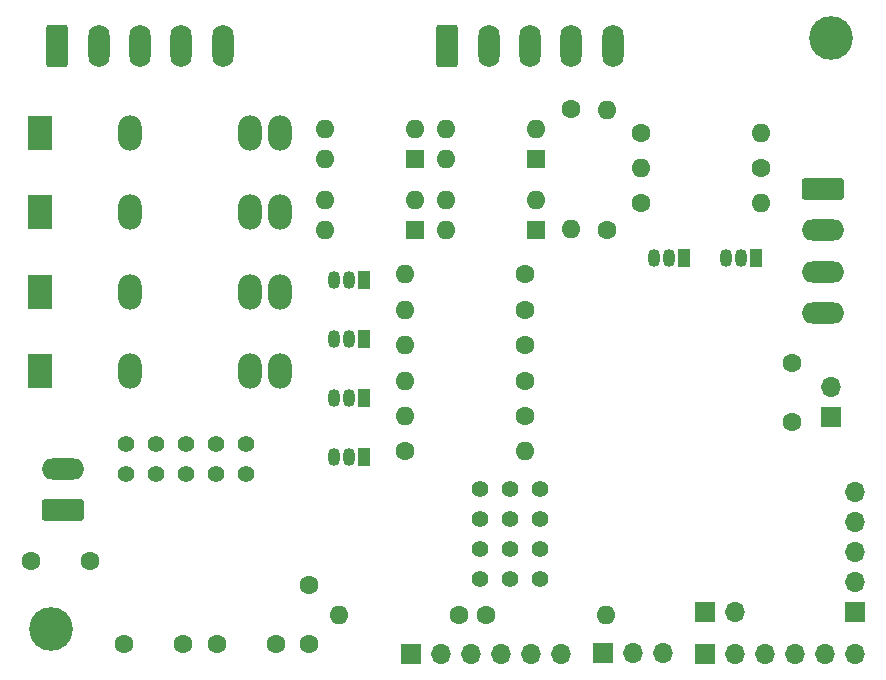
<source format=gbr>
%TF.GenerationSoftware,KiCad,Pcbnew,(6.0.7)*%
%TF.CreationDate,2023-02-02T17:51:50-05:00*%
%TF.ProjectId,ESPoules,4553506f-756c-4657-932e-6b696361645f,rev?*%
%TF.SameCoordinates,Original*%
%TF.FileFunction,Soldermask,Bot*%
%TF.FilePolarity,Negative*%
%FSLAX46Y46*%
G04 Gerber Fmt 4.6, Leading zero omitted, Abs format (unit mm)*
G04 Created by KiCad (PCBNEW (6.0.7)) date 2023-02-02 17:51:50*
%MOMM*%
%LPD*%
G01*
G04 APERTURE LIST*
G04 Aperture macros list*
%AMRoundRect*
0 Rectangle with rounded corners*
0 $1 Rounding radius*
0 $2 $3 $4 $5 $6 $7 $8 $9 X,Y pos of 4 corners*
0 Add a 4 corners polygon primitive as box body*
4,1,4,$2,$3,$4,$5,$6,$7,$8,$9,$2,$3,0*
0 Add four circle primitives for the rounded corners*
1,1,$1+$1,$2,$3*
1,1,$1+$1,$4,$5*
1,1,$1+$1,$6,$7*
1,1,$1+$1,$8,$9*
0 Add four rect primitives between the rounded corners*
20,1,$1+$1,$2,$3,$4,$5,0*
20,1,$1+$1,$4,$5,$6,$7,0*
20,1,$1+$1,$6,$7,$8,$9,0*
20,1,$1+$1,$8,$9,$2,$3,0*%
G04 Aperture macros list end*
%ADD10R,1.600000X1.600000*%
%ADD11O,1.600000X1.600000*%
%ADD12C,1.400000*%
%ADD13C,3.700000*%
%ADD14C,1.600000*%
%ADD15R,1.700000X1.700000*%
%ADD16O,1.700000X1.700000*%
%ADD17R,2.000000X3.000000*%
%ADD18O,2.000000X3.000000*%
%ADD19R,1.050000X1.500000*%
%ADD20O,1.050000X1.500000*%
%ADD21RoundRect,0.250000X-0.650000X-1.550000X0.650000X-1.550000X0.650000X1.550000X-0.650000X1.550000X0*%
%ADD22O,1.800000X3.600000*%
%ADD23RoundRect,0.250000X1.550000X-0.650000X1.550000X0.650000X-1.550000X0.650000X-1.550000X-0.650000X0*%
%ADD24O,3.600000X1.800000*%
%ADD25RoundRect,0.250000X-1.550000X0.650000X-1.550000X-0.650000X1.550000X-0.650000X1.550000X0.650000X0*%
G04 APERTURE END LIST*
D10*
%TO.C,U9*%
X171800000Y-115275000D03*
D11*
X171800000Y-112735000D03*
X164180000Y-112735000D03*
X164180000Y-115275000D03*
%TD*%
D12*
%TO.C,REF\u002A\u002A*%
X149860000Y-135890000D03*
%TD*%
%TO.C,REF\u002A\u002A*%
X149860000Y-133350000D03*
%TD*%
D13*
%TO.C,REF\u002A\u002A*%
X207000000Y-99000000D03*
%TD*%
D12*
%TO.C,REF\u002A\u002A*%
X179839765Y-139700000D03*
%TD*%
%TO.C,REF\u002A\u002A*%
X157480000Y-135890000D03*
%TD*%
%TO.C,REF\u002A\u002A*%
X182366740Y-139700000D03*
%TD*%
%TO.C,REF\u002A\u002A*%
X179839765Y-137160000D03*
%TD*%
%TO.C,+*%
X177323246Y-139700000D03*
%TD*%
%TO.C,REF\u002A\u002A*%
X152400000Y-135890000D03*
%TD*%
%TO.C,REF\u002A\u002A*%
X157480000Y-133350000D03*
%TD*%
%TO.C,REF\u002A\u002A*%
X177323246Y-137160000D03*
%TD*%
%TO.C,REF\u002A\u002A*%
X179863246Y-144780000D03*
%TD*%
%TO.C,REF\u002A\u002A*%
X152400000Y-133350000D03*
%TD*%
D13*
%TO.C,REF\u002A\u002A*%
X141000000Y-149000000D03*
%TD*%
D12*
%TO.C,-*%
X177323246Y-142240000D03*
%TD*%
%TO.C,REF\u002A\u002A*%
X147320000Y-135890000D03*
%TD*%
%TO.C,REF\u002A\u002A*%
X179839765Y-142240000D03*
%TD*%
%TO.C,REF\u002A\u002A*%
X182390221Y-144780000D03*
%TD*%
%TO.C,REF\u002A\u002A*%
X147320000Y-133350000D03*
%TD*%
%TO.C,REF\u002A\u002A*%
X154940000Y-133350000D03*
%TD*%
%TO.C,REF\u002A\u002A*%
X182366740Y-142240000D03*
%TD*%
%TO.C,REF\u002A\u002A*%
X154940000Y-135890000D03*
%TD*%
%TO.C,OUT*%
X177323246Y-144780000D03*
%TD*%
%TO.C,REF\u002A\u002A*%
X182366740Y-137160000D03*
%TD*%
D14*
%TO.C,R24*%
X177800000Y-147828000D03*
D11*
X187960000Y-147828000D03*
%TD*%
D15*
%TO.C,J9*%
X171450000Y-151130000D03*
D16*
X173990000Y-151130000D03*
X176530000Y-151130000D03*
X179070000Y-151130000D03*
X181610000Y-151130000D03*
X184150000Y-151130000D03*
%TD*%
D17*
%TO.C,U5*%
X140000000Y-113731000D03*
D18*
X147620000Y-113731000D03*
X157780000Y-113731000D03*
X160320000Y-113731000D03*
%TD*%
D15*
%TO.C,J5*%
X209042000Y-147569000D03*
D16*
X209042000Y-145029000D03*
X209042000Y-142489000D03*
X209042000Y-139949000D03*
X209042000Y-137409000D03*
%TD*%
D14*
%TO.C,R10*%
X181080000Y-128000000D03*
D11*
X170920000Y-128000000D03*
%TD*%
D14*
%TO.C,C5*%
X203708000Y-126492000D03*
X203708000Y-131492000D03*
%TD*%
%TO.C,R2*%
X170920000Y-134000000D03*
D11*
X181080000Y-134000000D03*
%TD*%
D14*
%TO.C,C4*%
X162814000Y-145328000D03*
X162814000Y-150328000D03*
%TD*%
D10*
%TO.C,U11*%
X182050000Y-115275000D03*
D11*
X182050000Y-112735000D03*
X174430000Y-112735000D03*
X174430000Y-115275000D03*
%TD*%
D15*
%TO.C,J4*%
X196342000Y-151130000D03*
D16*
X198882000Y-151130000D03*
X201422000Y-151130000D03*
X203962000Y-151130000D03*
X206502000Y-151130000D03*
X209042000Y-151130000D03*
%TD*%
D11*
%TO.C,R7*%
X170920000Y-119000000D03*
D14*
X181080000Y-119000000D03*
%TD*%
%TO.C,R8*%
X181080000Y-122000000D03*
D11*
X170920000Y-122000000D03*
%TD*%
D14*
%TO.C,R3*%
X181080000Y-131000000D03*
D11*
X170920000Y-131000000D03*
%TD*%
D19*
%TO.C,Q5*%
X194564000Y-117602000D03*
D20*
X193294000Y-117602000D03*
X192024000Y-117602000D03*
%TD*%
D14*
%TO.C,C3*%
X139232000Y-143256000D03*
X144232000Y-143256000D03*
%TD*%
D15*
%TO.C,J8*%
X187721000Y-151105000D03*
D16*
X190261000Y-151105000D03*
X192801000Y-151105000D03*
%TD*%
D21*
%TO.C,J2*%
X141500000Y-99642500D03*
D22*
X145000000Y-99642500D03*
X148500000Y-99642500D03*
X152000000Y-99642500D03*
X155500000Y-99642500D03*
%TD*%
D23*
%TO.C,J3*%
X142000000Y-139000000D03*
D24*
X142000000Y-135500000D03*
%TD*%
D14*
%TO.C,R1*%
X175514000Y-147828000D03*
D11*
X165354000Y-147828000D03*
%TD*%
D10*
%TO.C,U12*%
X182050000Y-109275000D03*
D11*
X182050000Y-106735000D03*
X174430000Y-106735000D03*
X174430000Y-109275000D03*
%TD*%
D14*
%TO.C,RTRIG1*%
X188000000Y-115250000D03*
D11*
X188000000Y-105090000D03*
%TD*%
D19*
%TO.C,Q2*%
X167500000Y-124500000D03*
D20*
X166230000Y-124500000D03*
X164960000Y-124500000D03*
%TD*%
D14*
%TO.C,R17*%
X185000000Y-105000000D03*
D11*
X185000000Y-115160000D03*
%TD*%
D19*
%TO.C,Q3*%
X167500000Y-129500000D03*
D20*
X166230000Y-129500000D03*
X164960000Y-129500000D03*
%TD*%
D14*
%TO.C,R16*%
X190920000Y-107000000D03*
D11*
X201080000Y-107000000D03*
%TD*%
D14*
%TO.C,C1*%
X147105000Y-150265000D03*
X152105000Y-150265000D03*
%TD*%
%TO.C,RECHO1*%
X190920000Y-113000000D03*
D11*
X201080000Y-113000000D03*
%TD*%
D19*
%TO.C,Q4*%
X167500000Y-134500000D03*
D20*
X166230000Y-134500000D03*
X164960000Y-134500000D03*
%TD*%
D19*
%TO.C,Q1*%
X167500000Y-119500000D03*
D20*
X166230000Y-119500000D03*
X164960000Y-119500000D03*
%TD*%
D17*
%TO.C,U4*%
X140000000Y-107000000D03*
D18*
X147620000Y-107000000D03*
X157780000Y-107000000D03*
X160320000Y-107000000D03*
%TD*%
D21*
%TO.C,J6*%
X174517500Y-99642500D03*
D22*
X178017500Y-99642500D03*
X181517500Y-99642500D03*
X185017500Y-99642500D03*
X188517500Y-99642500D03*
%TD*%
D17*
%TO.C,U7*%
X140000000Y-127193000D03*
D18*
X147620000Y-127193000D03*
X157780000Y-127193000D03*
X160320000Y-127193000D03*
%TD*%
D14*
%TO.C,R15*%
X201080000Y-110000000D03*
D11*
X190920000Y-110000000D03*
%TD*%
D19*
%TO.C,Q6*%
X200660000Y-117602000D03*
D20*
X199390000Y-117602000D03*
X198120000Y-117602000D03*
%TD*%
D15*
%TO.C,J10*%
X207010000Y-131069000D03*
D16*
X207010000Y-128529000D03*
%TD*%
D17*
%TO.C,U6*%
X140000000Y-120462000D03*
D18*
X147620000Y-120462000D03*
X157780000Y-120462000D03*
X160320000Y-120462000D03*
%TD*%
D14*
%TO.C,R9*%
X181080000Y-125000000D03*
D11*
X170920000Y-125000000D03*
%TD*%
D15*
%TO.C,J1*%
X196337000Y-147574000D03*
D16*
X198877000Y-147574000D03*
%TD*%
D14*
%TO.C,C2*%
X154979000Y-150265000D03*
X159979000Y-150265000D03*
%TD*%
D10*
%TO.C,U10*%
X171800000Y-109275000D03*
D11*
X171800000Y-106735000D03*
X164180000Y-106735000D03*
X164180000Y-109275000D03*
%TD*%
D25*
%TO.C,J7*%
X206357500Y-111767500D03*
D24*
X206357500Y-115267500D03*
X206357500Y-118767500D03*
X206357500Y-122267500D03*
%TD*%
M02*

</source>
